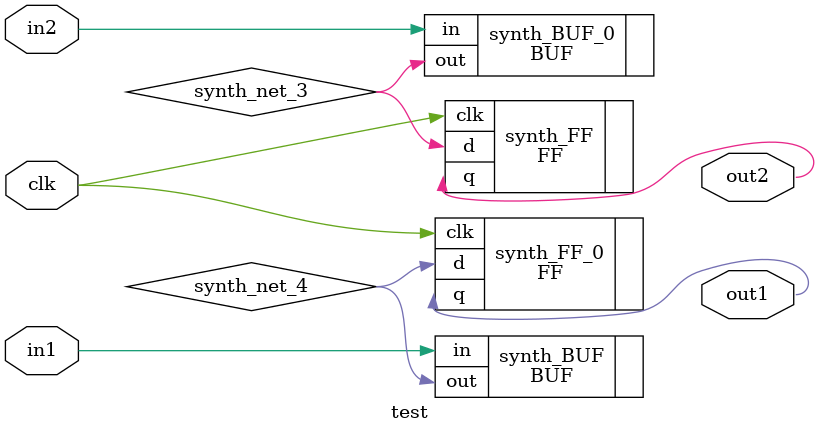
<source format=v>
module test(clk, in1, in2, out1, out2);
input in1;
input in2;
input clk;

output out2;
output out1;
wire  synth_net_3;
wire  synth_net_4;
FF synth_FF(.d(
    synth_net_3), .clk(clk), .q(out2));
FF synth_FF_0(.d(synth_net_4), .clk(clk)
    , .q(out1));
BUF synth_BUF(.in(in1), .out(synth_net_4));
BUF synth_BUF_0(.in
    (in2), .out(synth_net_3));
endmodule


</source>
